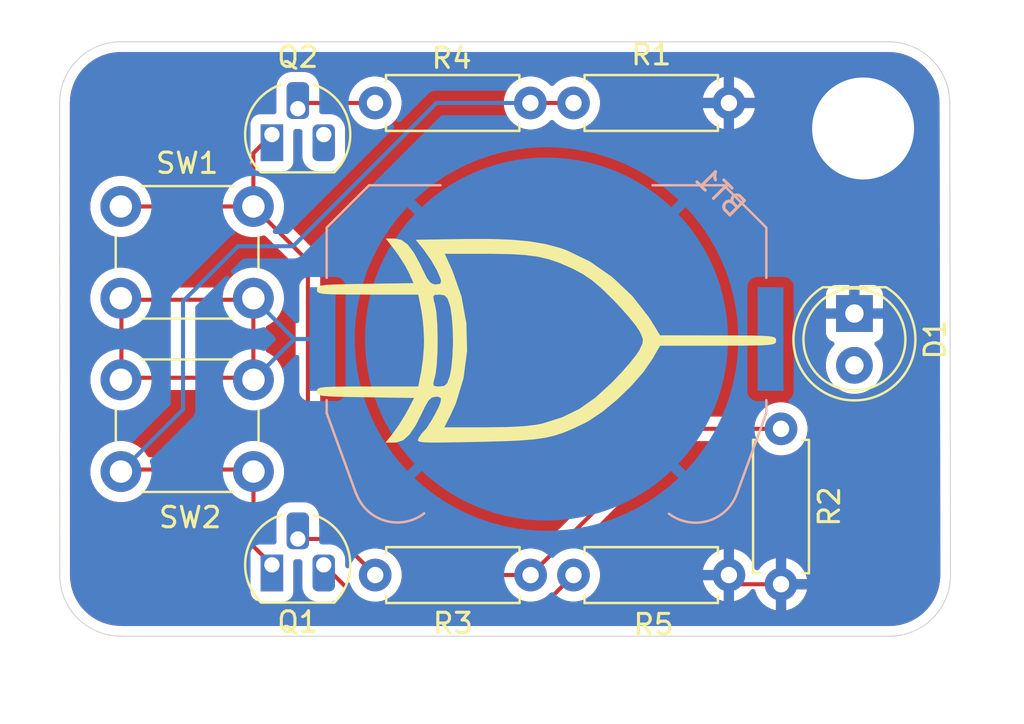
<source format=kicad_pcb>
(kicad_pcb (version 20241229) (generator "pcbnew") (generator_version "9.0")
  (layers (0 "F.Cu" signal) (2 "B.Cu" signal) (13 "F.Paste" user) (15 "B.Paste" user) (5 "F.SilkS" user "F.Silkscreen") (7 "B.SilkS" user "B.Silkscreen") (1 "F.Mask" user) (3 "B.Mask" user) (25 "Edge.Cuts" user))
  (net 0 "")
  (net 1 "Net-(D1-A)")
  (net 2 "GND")
  (net 3 "B")
  (net 4 "Net-(Q1-B)")
  (net 5 "A")
  (net 6 "Net-(Q2-B)")
  (net 7 "+3.3V")
  (footprint "LED_THT:LED_D5.0mm" (layer "F.Cu") (at 155.325 126.225 -90)
    (property "Reference" "D1" (at 1.27 -3.96 90) (layer "F.SilkS"))
    (property "Value" "LED")
    (fp_line (start -1.29 -1.545) (end -1.29 1.545) (stroke (width 0.12)) (layer "F.SilkS"))
    (fp_arc (start 4.26 0.000048) (mid 2.071756 2.880501) (end -1.29 1.54483) (stroke (width 0.12)) (layer "F.SilkS"))
    (fp_arc (start -1.29 -1.54483) (mid 2.071756 -2.880501) (end 4.26 -0.000048) (stroke (width 0.12)) (layer "F.SilkS"))
    (fp_circle (center 1.27 0) (end 3.77 0) (stroke (width 0.12)) (fill no) (layer "F.SilkS"))
    (pad "1" thru_hole rect (at 0 0 270) (size 1.8 1.8) (drill 0.9) (layers "*.Cu" "*.Mask") (net 2 "GND"))
    (pad "2" thru_hole circle (at 2.54 0 270) (size 1.8 1.8) (drill 0.9) (layers "*.Cu" "*.Mask") (net 1 "Net-(D1-A)"))
  )
  (footprint "Button_Switch_THT:SW_PUSH_6mm" (layer "F.Cu") (at 125.85 125.475 180)
    (property "Reference" "SW1" (at 3.25 6.625 0) (layer "F.SilkS"))
    (property "Value" "SW_Push")
    (fp_line (start 6.75 3) (end 6.75 1.5) (stroke (width 0.12)) (layer "F.SilkS"))
    (fp_line (start 5.5 -1) (end 1 -1) (stroke (width 0.12)) (layer "F.SilkS"))
    (fp_line (start 1 5.5) (end 5.5 5.5) (stroke (width 0.12)) (layer "F.SilkS"))
    (fp_line (start -0.25 1.5) (end -0.25 3) (stroke (width 0.12)) (layer "F.SilkS"))
    (pad "1" thru_hole circle (at 0 0 270) (size 2 2) (drill 1.1) (layers "*.Cu" "*.Mask") (net 7 "+3.3V"))
    (pad "1" thru_hole circle (at 6.5 0 270) (size 2 2) (drill 1.1) (layers "*.Cu" "*.Mask") (net 7 "+3.3V"))
    (pad "2" thru_hole circle (at 0 4.5 270) (size 2 2) (drill 1.1) (layers "*.Cu" "*.Mask") (net 5 "A"))
    (pad "2" thru_hole circle (at 6.5 4.5 270) (size 2 2) (drill 1.1) (layers "*.Cu" "*.Mask") (net 5 "A"))
  )
  (footprint "Resistor_THT:R_Axial_DIN0207_L6.3mm_D2.5mm_P7.62mm_Horizontal" (layer "F.Cu") (at 139.435 115.9 180)
    (property "Reference" "R4" (at 3.86 2.2 0) (layer "F.SilkS"))
    (property "Value" "R")
    (fp_line (start 7.08 1.37) (end 7.08 1.04) (stroke (width 0.12)) (layer "F.SilkS"))
    (fp_line (start 7.08 -1.37) (end 7.08 -1.04) (stroke (width 0.12)) (layer "F.SilkS"))
    (fp_line (start 0.54 1.37) (end 7.08 1.37) (stroke (width 0.12)) (layer "F.SilkS"))
    (fp_line (start 0.54 1.04) (end 0.54 1.37) (stroke (width 0.12)) (layer "F.SilkS"))
    (fp_line (start 0.54 -1.04) (end 0.54 -1.37) (stroke (width 0.12)) (layer "F.SilkS"))
    (fp_line (start 0.54 -1.37) (end 7.08 -1.37) (stroke (width 0.12)) (layer "F.SilkS"))
    (pad "1" thru_hole circle (at 0 0 180) (size 1.6 1.6) (drill 0.8) (layers "*.Cu" "*.Mask") (net 3 "B"))
    (pad "2" thru_hole oval (at 7.62 0 180) (size 1.6 1.6) (drill 0.8) (layers "*.Cu" "*.Mask") (net 6 "Net-(Q2-B)"))
  )
  (footprint "Package_TO_SOT_THT:TO-92L_HandSolder" (layer "F.Cu") (at 126.76 117.45)
    (property "Reference" "Q2" (at 1.27 -3.8 0) (layer "F.SilkS"))
    (property "Value" "PNP")
    (fp_line (start -0.53 1.85) (end 3.07 1.85) (stroke (width 0.12)) (layer "F.SilkS"))
    (fp_arc (start -0.541453 1.842156) (mid -1.247298 -0.581475) (end 0.45 -2.45) (stroke (width 0.12)) (layer "F.SilkS"))
    (fp_arc (start 2.05 -2.45) (mid 3.769931 -0.601036) (end 3.078445 1.827684) (stroke (width 0.12)) (layer "F.SilkS"))
    (pad "1" thru_hole rect (at 0 0) (size 1.1 1.8) (drill 0.75 (offset 0 0.4)) (layers "*.Cu" "*.Mask") (net 5 "A"))
    (pad "2" thru_hole roundrect (at 1.27 -1.27) (size 1.1 1.8) (drill 0.75 (offset 0 -0.4)) (layers "*.Cu" "*.Mask") (net 6 "Net-(Q2-B)"))
    (pad "3" thru_hole roundrect (at 2.54 0) (size 1.1 1.8) (drill 0.75 (offset 0 0.4)) (layers "*.Cu" "*.Mask") (net 1 "Net-(D1-A)"))
  )
  (footprint "Package_TO_SOT_THT:TO-92L_HandSolder" (layer "F.Cu") (at 126.76 138.55)
    (property "Reference" "Q1" (at 1.27 2.8 0) (layer "F.SilkS"))
    (property "Value" "PNP")
    (fp_line (start -0.53 1.85) (end 3.07 1.85) (stroke (width 0.12)) (layer "F.SilkS"))
    (fp_arc (start -0.541453 1.842156) (mid -1.247298 -0.581475) (end 0.45 -2.45) (stroke (width 0.12)) (layer "F.SilkS"))
    (fp_arc (start 2.05 -2.45) (mid 3.769931 -0.601036) (end 3.078445 1.827684) (stroke (width 0.12)) (layer "F.SilkS"))
    (pad "1" thru_hole rect (at 0 0) (size 1.1 1.8) (drill 0.75 (offset 0 0.4)) (layers "*.Cu" "*.Mask") (net 3 "B"))
    (pad "2" thru_hole roundrect (at 1.27 -1.27) (size 1.1 1.8) (drill 0.75 (offset 0 -0.4)) (layers "*.Cu" "*.Mask") (net 4 "Net-(Q1-B)"))
    (pad "3" thru_hole roundrect (at 2.54 0) (size 1.1 1.8) (drill 0.75 (offset 0 0.4)) (layers "*.Cu" "*.Mask") (net 1 "Net-(D1-A)"))
  )
  (footprint "LOGO" (layer "F.Cu") (at 140.225 127.55)
    (property "Reference" "G***" (hide yes))
    (property "Value" "LOGO" (hide yes))
    (fp_poly (pts (xy -7.115721 -4.935409) (xy -6.805761 -4.709055) (xy -6.496427 -4.299166) (xy -6.163657 -3.679042) (xy -6.064282 -3.466889) (xy -5.861434 -3.061788) (xy -5.694303 -2.842855) (xy -5.517606 -2.759486) (xy -5.425253 -2.75271) (xy -5.203788 -2.786646) (xy -5.172515 -2.934821) (xy -5.198446 -3.034237) (xy -5.375743 -3.4469) (xy -5.666505 -3.949282) (xy -6.014634 -4.447059) (xy -6.110008 -4.566996) (xy -6.418102 -4.942365) (xy -4.116194 -4.979992) (xy -2.826401 -4.983821) (xy -1.744242 -4.946454) (xy -0.829841 -4.863599) (xy -0.043324 -4.730964) (xy 0.655187 -4.544256) (xy 0.97737 -4.431746) (xy 2.135802 -3.872659) (xy 3.232281 -3.106628) (xy 4.21551 -2.176729) (xy 5.034194 -1.126038) (xy 5.170329 -0.910692) (xy 5.56798 -0.257345) (xy 8.414532 -0.253796) (xy 9.328621 -0.251866) (xy 10.022712 -0.246855) (xy 10.527049 -0.236068) (xy 10.871881 -0.216808) (xy 11.087454 -0.186378) (xy 11.204014 -0.14208) (xy 11.251808 -0.081219) (xy 11.261083 -0.001097) (xy 11.261084 -0.000001) (xy 11.252106 0.080366) (xy 11.20501 0.141426) (xy 11.089548 0.185864) (xy 10.875473 0.216365) (xy 10.532538 0.235616) (xy 10.030495 0.246301) (xy 9.339098 0.251106) (xy 8.4281 0.252717) (xy 8.414532 0.252728) (xy 5.56798 0.255211) (xy 5.192611 0.909095) (xy 4.750369 1.548212) (xy 4.150966 2.233036) (xy 3.459146 2.902448) (xy 2.739657 3.495329) (xy 2.057244 3.95056) (xy 1.858132 4.056759) (xy 1.334444 4.30752) (xy 0.869569 4.504398) (xy 0.421316 4.654698) (xy -0.052503 4.76573) (xy -0.594078 4.844799) (xy -1.245598 4.899215) (xy -2.049252 4.936285) (xy -3.047231 4.963316) (xy -3.42106 4.971171) (xy -4.358704 4.989623) (xy -5.074369 5.001045) (xy -5.59627 5.00349) (xy -5.952623 4.995011) (xy -6.171643 4.973661) (xy -6.281546 4.937495) (xy -6.310547 4.884564) (xy -6.286861 4.812923) (xy -6.266939 4.774824) (xy -6.112584 4.542534) (xy -6.017095 4.448783) (xy -5.878857 4.291364) (xy -5.854637 4.254186) (xy -5.009142 4.254186) (xy -2.96879 4.254186) (xy -1.936579 4.241032) (xy -1.125787 4.200317) (xy -0.508906 4.13016) (xy -0.182692 4.063797) (xy 0.771649 3.760825) (xy 1.608153 3.353404) (xy 2.396451 2.799939) (xy 3.20617 2.058835) (xy 3.253202 2.011305) (xy 3.696417 1.542826) (xy 4.093709 1.089089) (xy 4.39874 0.705087) (xy 4.555417 0.46587) (xy 4.699969 0.158699) (xy 4.72738 -0.054866) (xy 4.637652 -0.302352) (xy 4.555417 -0.465872) (xy 4.372132 -0.741066) (xy 4.055307 -1.13533) (xy 3.651207 -1.593683) (xy 3.253202 -2.013453) (xy 2.69865 -2.555499) (xy 2.23202 -2.952671) (xy 1.785893 -3.25629) (xy 1.29285 -3.517677) (xy 1.251231 -3.537419) (xy 0.676736 -3.790236) (xy 0.142114 -3.977361) (xy -0.407368 -4.108018) (xy -1.026445 -4.191433) (xy -1.76985 -4.236832) (xy -2.692317 -4.25344) (xy -3.001267 -4.254188) (xy -4.989232 -4.254188) (xy -4.620038 -3.439949) (xy -4.170637 -2.171586) (xy -3.928881 -0.838383) (xy -3.894337 0.513126) (xy -4.066568 1.836408) (xy -4.44514 3.084929) (xy -4.686039 3.616573) (xy -5.009142 4.254186) (xy -5.854637 4.254186) (xy -5.680756 3.987273) (xy -5.468988 3.616498) (xy -5.289747 3.259027) (xy -5.200151 3.034236) (xy -5.172867 2.825256) (xy -5.314967 2.756542) (xy -5.425253 2.752708) (xy -5.620482 2.792498) (xy -5.786241 2.945604) (xy -5.967811 3.262633) (xy -6.064282 3.466887) (xy -6.40628 4.147675) (xy -6.71784 4.611696) (xy -7.023701 4.886269) (xy -7.348604 4.998715) (xy -7.457092 5.004925) (xy -7.894551 5.004925) (xy -7.522493 4.535713) (xy -7.23874 4.136856) (xy -6.943009 3.659902) (xy -6.82158 3.440886) (xy -6.492727 2.81527) (xy -8.876906 2.781288) (xy -9.704258 2.768306) (xy -10.314363 2.753761) (xy -10.740207 2.733756) (xy -11.014777 2.704397) (xy -11.171061 2.661788) (xy -11.242046 2.602034) (xy -11.26072 2.521241) (xy -11.261084 2.49976) (xy -11.250665 2.415409) (xy -11.197845 2.352762) (xy -11.070284 2.308599) (xy -10.835639 2.279697) (xy -10.461568 2.262836) (xy -9.91573 2.254794) (xy -9.165783 2.252349) (xy -8.775894 2.252216) (xy -6.290705 2.252216) (xy -6.148308 1.54317) (xy -6.069762 1.012743) (xy -6.018045 0.396389) (xy -6.005912 -0.000001) (xy -6.029695 -0.578532) (xy -6.090953 -1.186506) (xy -6.148308 -1.543172) (xy -6.271274 -2.155463) (xy -5.555685 -2.155463) (xy -5.514204 -1.929695) (xy -5.471477 -1.783006) (xy -5.40124 -1.390814) (xy -5.356602 -0.826432) (xy -5.337563 -0.166601) (xy -5.344123 0.511935) (xy -5.376282 1.132435) (xy -5.434039 1.618156) (xy -5.471477 1.783004) (xy -5.551387 2.085506) (xy -5.526005 2.218314) (xy -5.362332 2.25131) (xy -5.24991 2.252216) (xy -5.013791 2.221531) (xy -4.869794 2.085413) (xy -4.754247 1.777768) (xy -4.737628 1.720442) (xy -4.669231 1.352596) (xy -4.616832 0.826602) (xy -4.58855 0.234432) (xy -4.585807 -0.000001) (xy -4.602191 -0.592898) (xy -4.645931 -1.156352) (xy -4.708912 -1.59839) (xy -4.737628 -1.720444) (xy -4.854187 -2.055856) (xy -4.990736 -2.210958) (xy -5.210945 -2.251844) (xy -5.24991 -2.252218) (xy -5.478587 -2.239676) (xy -5.555685 -2.155463) (xy -6.271274 -2.155463) (xy -6.290705 -2.252218) (xy -8.775894 -2.252218) (xy -9.62273 -2.253255) (xy -10.251662 -2.258517) (xy -10.695034 -2.271223) (xy -10.985187 -2.294595) (xy -11.154463 -2.331856) (xy -11.235204 -2.386225) (xy -11.259751 -2.460926) (xy -11.261084 -2.499762) (xy -11.249589 -2.586029) (xy -11.193054 -2.650273) (xy -11.058403 -2.69642) (xy -10.812563 -2.728397) (xy -10.422458 -2.75013) (xy -9.855013 -2.765546) (xy -9.077154 -2.778572) (xy -8.889683 -2.781289) (xy -6.518282 -2.815272) (xy -6.744003 -3.315764) (xy -6.953781 -3.706573) (xy -7.243848 -4.159551) (xy -7.425415 -4.410592) (xy -7.881106 -5.004927) (xy -7.450369 -5.004927)) (fill yes) (layer "F.SilkS"))
  )
  (footprint "Resistor_THT:R_Axial_DIN0207_L6.3mm_D2.5mm_P7.62mm_Horizontal" (layer "F.Cu") (at 139.445 139.05 180)
    (property "Reference" "R3" (at 3.81 -2.37 0) (layer "F.SilkS"))
    (property "Value" "R")
    (fp_line (start 7.08 1.37) (end 7.08 1.04) (stroke (width 0.12)) (layer "F.SilkS"))
    (fp_line (start 7.08 -1.37) (end 7.08 -1.04) (stroke (width 0.12)) (layer "F.SilkS"))
    (fp_line (start 0.54 1.37) (end 7.08 1.37) (stroke (width 0.12)) (layer "F.SilkS"))
    (fp_line (start 0.54 1.04) (end 0.54 1.37) (stroke (width 0.12)) (layer "F.SilkS"))
    (fp_line (start 0.54 -1.04) (end 0.54 -1.37) (stroke (width 0.12)) (layer "F.SilkS"))
    (fp_line (start 0.54 -1.37) (end 7.08 -1.37) (stroke (width 0.12)) (layer "F.SilkS"))
    (pad "1" thru_hole circle (at 0 0 180) (size 1.6 1.6) (drill 0.8) (layers "*.Cu" "*.Mask") (net 5 "A"))
    (pad "2" thru_hole oval (at 7.62 0 180) (size 1.6 1.6) (drill 0.8) (layers "*.Cu" "*.Mask") (net 4 "Net-(Q1-B)"))
  )
  (footprint "Resistor_THT:R_Axial_DIN0207_L6.3mm_D2.5mm_P7.62mm_Horizontal" (layer "F.Cu") (at 141.55 139.05)
    (property "Reference" "R5" (at 3.925 2.425 0) (layer "F.SilkS"))
    (property "Value" "R")
    (fp_line (start 0.54 -1.37) (end 7.08 -1.37) (stroke (width 0.12)) (layer "F.SilkS"))
    (fp_line (start 0.54 -1.04) (end 0.54 -1.37) (stroke (width 0.12)) (layer "F.SilkS"))
    (fp_line (start 0.54 1.04) (end 0.54 1.37) (stroke (width 0.12)) (layer "F.SilkS"))
    (fp_line (start 0.54 1.37) (end 7.08 1.37) (stroke (width 0.12)) (layer "F.SilkS"))
    (fp_line (start 7.08 -1.37) (end 7.08 -1.04) (stroke (width 0.12)) (layer "F.SilkS"))
    (fp_line (start 7.08 1.37) (end 7.08 1.04) (stroke (width 0.12)) (layer "F.SilkS"))
    (pad "1" thru_hole circle (at 0 0) (size 1.6 1.6) (drill 0.8) (layers "*.Cu" "*.Mask") (net 1 "Net-(D1-A)"))
    (pad "2" thru_hole oval (at 7.62 0) (size 1.6 1.6) (drill 0.8) (layers "*.Cu" "*.Mask") (net 2 "GND"))
  )
  (footprint "Button_Switch_THT:SW_PUSH_6mm" (layer "F.Cu") (at 119.355 129.475)
    (property "Reference" "SW2" (at 3.395 6.75 0) (layer "F.SilkS"))
    (property "Value" "SW_Push")
    (fp_line (start -0.25 1.5) (end -0.25 3) (stroke (width 0.12)) (layer "F.SilkS"))
    (fp_line (start 1 5.5) (end 5.5 5.5) (stroke (width 0.12)) (layer "F.SilkS"))
    (fp_line (start 5.5 -1) (end 1 -1) (stroke (width 0.12)) (layer "F.SilkS"))
    (fp_line (start 6.75 3) (end 6.75 1.5) (stroke (width 0.12)) (layer "F.SilkS"))
    (pad "1" thru_hole circle (at 0 0 90) (size 2 2) (drill 1.1) (layers "*.Cu" "*.Mask") (net 7 "+3.3V"))
    (pad "1" thru_hole circle (at 6.5 0 90) (size 2 2) (drill 1.1) (layers "*.Cu" "*.Mask") (net 7 "+3.3V"))
    (pad "2" thru_hole circle (at 0 4.5 90) (size 2 2) (drill 1.1) (layers "*.Cu" "*.Mask") (net 3 "B"))
    (pad "2" thru_hole circle (at 6.5 4.5 90) (size 2 2) (drill 1.1) (layers "*.Cu" "*.Mask") (net 3 "B"))
  )
  (footprint "Resistor_THT:R_Axial_DIN0207_L6.3mm_D2.5mm_P7.62mm_Horizontal" (layer "F.Cu") (at 151.725 131.88 -90)
    (property "Reference" "R2" (at 3.81 -2.37 90) (layer "F.SilkS"))
    (property "Value" "R")
    (fp_line (start 0.54 1.37) (end 7.08 1.37) (stroke (width 0.12)) (layer "F.SilkS"))
    (fp_line (start 7.08 1.37) (end 7.08 1.04) (stroke (width 0.12)) (layer "F.SilkS"))
    (fp_line (start 0.54 1.04) (end 0.54 1.37) (stroke (width 0.12)) (layer "F.SilkS"))
    (fp_line (start 0.54 -1.04) (end 0.54 -1.37) (stroke (width 0.12)) (layer "F.SilkS"))
    (fp_line (start 0.54 -1.37) (end 7.08 -1.37) (stroke (width 0.12)) (layer "F.SilkS"))
    (fp_line (start 7.08 -1.37) (end 7.08 -1.04) (stroke (width 0.12)) (layer "F.SilkS"))
    (pad "1" thru_hole circle (at 0 0 270) (size 1.6 1.6) (drill 0.8) (layers "*.Cu" "*.Mask") (net 5 "A"))
    (pad "2" thru_hole oval (at 7.62 0 270) (size 1.6 1.6) (drill 0.8) (layers "*.Cu" "*.Mask") (net 2 "GND"))
  )
  (footprint "Resistor_THT:R_Axial_DIN0207_L6.3mm_D2.5mm_P7.62mm_Horizontal" (layer "F.Cu") (at 141.55 115.9)
    (property "Reference" "R1" (at 3.81 -2.37 0) (layer "F.SilkS"))
    (property "Value" "R")
    (fp_line (start 0.54 -1.37) (end 7.08 -1.37) (stroke (width 0.12)) (layer "F.SilkS"))
    (fp_line (start 0.54 -1.04) (end 0.54 -1.37) (stroke (width 0.12)) (layer "F.SilkS"))
    (fp_line (start 0.54 1.04) (end 0.54 1.37) (stroke (width 0.12)) (layer "F.SilkS"))
    (fp_line (start 0.54 1.37) (end 7.08 1.37) (stroke (width 0.12)) (layer "F.SilkS"))
    (fp_line (start 7.08 -1.37) (end 7.08 -1.04) (stroke (width 0.12)) (layer "F.SilkS"))
    (fp_line (start 7.08 1.37) (end 7.08 1.04) (stroke (width 0.12)) (layer "F.SilkS"))
    (pad "1" thru_hole circle (at 0 0) (size 1.6 1.6) (drill 0.8) (layers "*.Cu" "*.Mask") (net 3 "B"))
    (pad "2" thru_hole oval (at 7.62 0) (size 1.6 1.6) (drill 0.8) (layers "*.Cu" "*.Mask") (net 2 "GND"))
  )
  (footprint "Battery:BatteryHolder_Keystone_3034_1x20mm" (layer "B.Cu") (at 140.225 127.475 180)
    (property "Reference" "BT1" (at -8.525 7.2 315) (layer "B.SilkS") (effects (justify mirror)))
    (property "Value" "Battery_Cell")
    (fp_line (start 10.78 5.46) (end 10.78 3) (stroke (width 0.12)) (layer "B.SilkS"))
    (fp_line (start 10.78 -3) (end 10.78 -3.63) (stroke (width 0.12)) (layer "B.SilkS"))
    (fp_line (start 10.78 -3.63) (end 9.34 -7.58) (stroke (width 0.12)) (layer "B.SilkS"))
    (fp_line (start 8.7 7.54) (end 10.78 5.46) (stroke (width 0.12)) (layer "B.SilkS"))
    (fp_line (start 8.7 7.54) (end 5.2 7.54) (stroke (width 0.12)) (layer "B.SilkS"))
    (fp_line (start -5.2 7.54) (end -8.7 7.54) (stroke (width 0.12)) (layer "B.SilkS"))
    (fp_line (start -8.7 7.54) (end -10.78 5.46) (stroke (width 0.12)) (layer "B.SilkS"))
    (fp_line (start -10.78 5.46) (end -10.78 3) (stroke (width 0.12)) (layer "B.SilkS"))
    (fp_line (start -10.78 -3) (end -10.78 -3.63) (stroke (width 0.12)) (layer "B.SilkS"))
    (fp_line (start -10.78 -3.63) (end -9.34 -7.58) (stroke (width 0.12)) (layer "B.SilkS"))
    (fp_arc (start 6 -8.55) (mid 7.90634 -8.911669) (end 9.325243 -7.588169) (stroke (width 0.12)) (layer "B.SilkS"))
    (fp_arc (start -9.34 -7.58) (mid -7.921654 -8.918738) (end -6.003354 -8.56653) (stroke (width 0.12)) (layer "B.SilkS"))
    (pad "1" smd rect (at -10.985 0 180) (size 1.27 5.08) (layers "B.Cu" "B.Mask" "B.Paste") (net 7 "+3.3V"))
    (pad "1" smd rect (at 10.985 0 180) (size 1.27 5.08) (layers "B.Cu" "B.Mask" "B.Paste") (net 7 "+3.3V"))
    (pad "2" smd circle (at 0 0 180) (size 17.8 17.8) (layers "B.Cu" "B.Mask") (net 2 "GND"))
  )
  (gr_line (start 116.35524 139.05) (end 116.35 115.9) (stroke (width 0.05)) (layer "Edge.Cuts"))
  (gr_arc (start 116.35 115.9) (mid 117.22868 113.77868) (end 119.35 112.9) (stroke (width 0.05)) (layer "Edge.Cuts"))
  (gr_arc (start 119.35 142.04476) (mid 117.232385 141.167615) (end 116.35524 139.05) (stroke (width 0.05)) (layer "Edge.Cuts"))
  (gr_arc (start 160.036841 139.05) (mid 159.158161 141.17132) (end 157.036841 142.05) (stroke (width 0.05)) (layer "Edge.Cuts"))
  (gr_line (start 119.35 112.9) (end 157 112.9) (stroke (width 0.05)) (layer "Edge.Cuts"))
  (gr_arc (start 157 112.9) (mid 159.12132 113.77868) (end 160 115.9) (stroke (width 0.05)) (layer "Edge.Cuts"))
  (gr_line (start 160 115.9) (end 160.036841 139.05) (stroke (width 0.05)) (layer "Edge.Cuts"))
  (gr_line (start 157.036841 142.05) (end 119.35 142.05) (stroke (width 0.05)) (layer "Edge.Cuts"))
  (segment (start 141.55 139.05) (end 140.075 140.525) (width 0.2) (layer "F.Cu") (net 1))
  (segment (start 131.275 140.525) (end 129.3 138.55) (width 0.2) (layer "F.Cu") (net 1))
  (segment (start 140.075 140.525) (end 131.275 140.525) (width 0.2) (layer "F.Cu") (net 1))
  (segment (start 149.62 139.5) (end 149.17 139.05) (width 0.2) (layer "F.Cu") (net 2))
  (segment (start 151.725 139.5) (end 149.62 139.5) (width 0.2) (layer "F.Cu") (net 2))
  (via (at 155.75 117.15) (size 6.5) (drill 5) (layers "F.Cu" "B.Cu") (net 2))
  (segment (start 125.88 133.875) (end 119.38 133.875) (width 0.2) (layer "F.Cu") (net 3))
  (segment (start 141.55 115.9) (end 139.435 115.9) (width 0.2) (layer "F.Cu") (net 3))
  (segment (start 125.855 137.645) (end 125.855 133.975) (width 0.2) (layer "F.Cu") (net 3))
  (segment (start 126.76 138.55) (end 125.855 137.645) (width 0.2) (layer "F.Cu") (net 3))
  (segment (start 134.825 115.9) (end 127.8 122.925) (width 0.2) (layer "B.Cu") (net 3))
  (segment (start 125.1 122.925) (end 122.4 125.625) (width 0.2) (layer "B.Cu") (net 3))
  (segment (start 122.4 130.93) (end 119.355 133.975) (width 0.2) (layer "B.Cu") (net 3))
  (segment (start 139.435 115.9) (end 134.825 115.9) (width 0.2) (layer "B.Cu") (net 3))
  (segment (start 127.8 122.925) (end 125.1 122.925) (width 0.2) (layer "B.Cu") (net 3))
  (segment (start 122.4 125.625) (end 122.4 130.93) (width 0.2) (layer "B.Cu") (net 3))
  (segment (start 130.055 137.28) (end 128.03 137.28) (width 0.2) (layer "F.Cu") (net 4))
  (segment (start 131.825 139.05) (end 130.055 137.28) (width 0.2) (layer "F.Cu") (net 4))
  (segment (start 125.85 120.975) (end 119.35 120.975) (width 0.2) (layer "F.Cu") (net 5))
  (segment (start 128.525 123.65) (end 125.85 120.975) (width 0.2) (layer "F.Cu") (net 5))
  (segment (start 151.725 131.88) (end 146.615 131.88) (width 0.2) (layer "F.Cu") (net 5))
  (segment (start 139.445 139.05) (end 136.625 139.05) (width 0.2) (layer "F.Cu") (net 5))
  (segment (start 146.615 131.88) (end 139.445 139.05) (width 0.2) (layer "F.Cu") (net 5))
  (segment (start 125.85 118.36) (end 125.85 120.975) (width 0.2) (layer "F.Cu") (net 5))
  (segment (start 128.525 130.95) (end 128.525 123.65) (width 0.2) (layer "F.Cu") (net 5))
  (segment (start 126.76 117.45) (end 125.85 118.36) (width 0.2) (layer "F.Cu") (net 5))
  (segment (start 136.625 139.05) (end 128.525 130.95) (width 0.2) (layer "F.Cu") (net 5))
  (segment (start 131.815 115.9) (end 128.31 115.9) (width 0.2) (layer "F.Cu") (net 6))
  (segment (start 128.31 115.9) (end 128.03 116.18) (width 0.2) (layer "F.Cu") (net 6))
  (segment (start 125.85 125.475) (end 125.85 127.475) (width 0.2) (layer "F.Cu") (net 7))
  (segment (start 119.38 129.525) (end 119.355 129.55) (width 0.2) (layer "F.Cu") (net 7))
  (segment (start 119.38 128.275) (end 119.38 125.575) (width 0.2) (layer "F.Cu") (net 7))
  (segment (start 119.38 128.275) (end 119.38 129.525) (width 0.2) (layer "F.Cu") (net 7))
  (segment (start 125.85 129.47) (end 125.855 129.475) (width 0.2) (layer "F.Cu") (net 7))
  (segment (start 125.85 127.475) (end 125.85 129.47) (width 0.2) (layer "F.Cu") (net 7))
  (segment (start 119.38 129.375) (end 119.38 128.275) (width 0.2) (layer "F.Cu") (net 7))
  (segment (start 125.88 129.375) (end 119.38 129.375) (width 0.2) (layer "F.Cu") (net 7))
  (segment (start 119.355 125.55) (end 125.855 125.55) (width 0.2) (layer "F.Cu") (net 7))
  (segment (start 129.24 127.475) (end 127.85 127.475) (width 0.2) (layer "B.Cu") (net 7))
  (segment (start 127.855 127.475) (end 125.855 129.475) (width 0.2) (layer "B.Cu") (net 7))
  (segment (start 129.24 127.475) (end 127.855 127.475) (width 0.2) (layer "B.Cu") (net 7))
  (segment (start 127.85 127.475) (end 125.85 125.475) (width 0.2) (layer "B.Cu") (net 7))
  (zone (net 2) (net_name "GND") (layers "F.Cu" "B.Cu") (connect_pads (clearance 0.5)) (min_thickness 0.25) (fill yes (thermal_gap 0.5) (thermal_bridge_width 0.5))
    (polygon (pts (xy 163.525 110.85) (xy 113.425 110.975) (xy 113.425 146.375) (xy 163.65 146.375) (xy 163.65 110.85)))
  )
)
</source>
